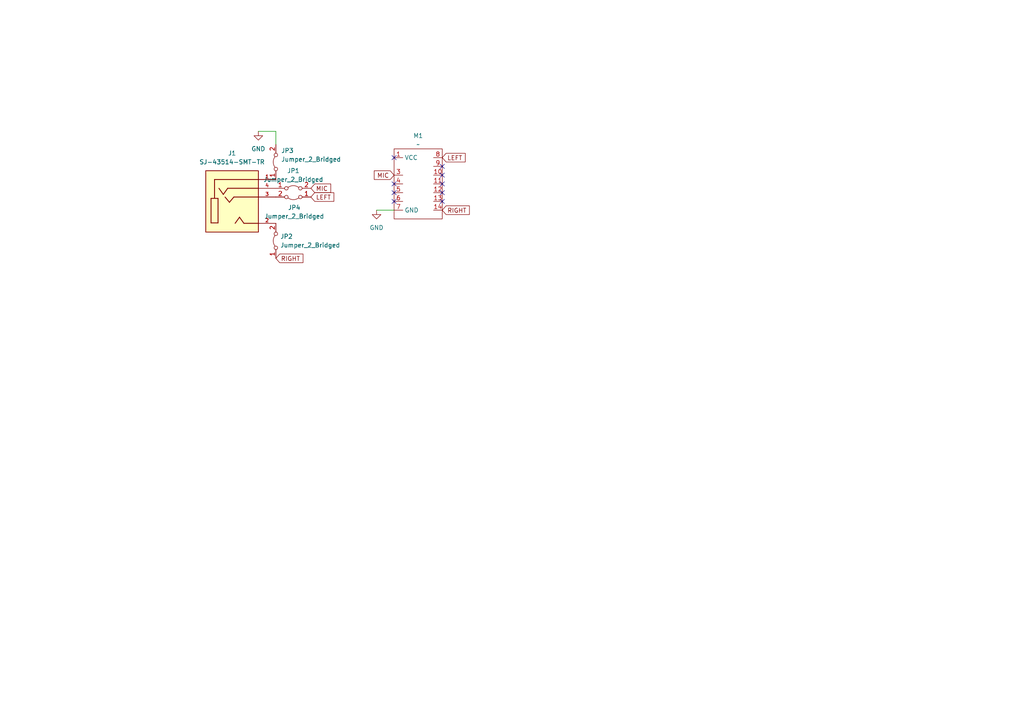
<source format=kicad_sch>
(kicad_sch (version 20231120) (generator "eeschema") (generator_version "8.0")
  (paper "A4")
  (lib_symbols
    (symbol "Jumper:Jumper_2_Bridged" (pin_names (offset 0) hide)
      (property "Reference" "JP" (at 0 1.905 0))
      (property "Value" "Jumper_2_Bridged" (at 0 -2.54 0))
      (symbol "Jumper_2_Bridged_0_0"
        (circle (center -2.032 0) (radius 0.508))
        (circle (center 2.032 0) (radius 0.508))
      )
      (symbol "Jumper_2_Bridged_0_1"
        (arc (start 1.524 0.254) (mid 0 0.762) (end -1.524 0.254))
      )
      (symbol "Jumper_2_Bridged_1_1"
        (pin passive line (at -5.08 0 0) (length 2.54) (name "A") (number "1"))
        (pin passive line (at 5.08 0 180) (length 2.54) (name "B") (number "2"))
      )
    )
    (symbol "MegaCastle:MegaCastle2x7-Module"
      (property "Reference" "M" (at 0 0 0))
      (symbol "MegaCastle2x7-Module_0_1"
        (rectangle (start -6.35 13.97) (end 7.62 -6.35))
      )
      (symbol "MegaCastle2x7-Module_1_1"
        (pin bidirectional line (at -6.35 11.43 0) (length 2.54) (name "VCC") (number "1"))
        (pin bidirectional line (at 7.62 6.35 180) (length 2.54) (name "") (number "10"))
        (pin bidirectional line (at 7.62 3.81 180) (length 2.54) (name "") (number "11"))
        (pin bidirectional line (at 7.62 1.27 180) (length 2.54) (name "") (number "12"))
        (pin bidirectional line (at 7.62 -1.27 180) (length 2.54) (name "") (number "13"))
        (pin bidirectional line (at 7.62 -3.81 180) (length 2.54) (name "") (number "14"))
        (pin bidirectional line (at -6.35 6.35 0) (length 2.54) (name "") (number "3"))
        (pin bidirectional line (at -6.35 3.81 0) (length 2.54) (name "") (number "4"))
        (pin bidirectional line (at -6.35 1.27 0) (length 2.54) (name "") (number "5"))
        (pin bidirectional line (at -6.35 -1.27 0) (length 2.54) (name "") (number "6"))
        (pin bidirectional line (at -6.35 -3.81 0) (length 2.54) (name "GND") (number "7"))
        (pin bidirectional line (at 7.62 11.43 180) (length 2.54) (name "") (number "8"))
        (pin bidirectional line (at 7.62 8.89 180) (length 2.54) (name "") (number "9"))
      )
    )
    (symbol "SJ-43514-SMT-TR:SJ-43514-SMT-TR" (pin_names (offset 1.016) hide)
      (property "Reference" "J" (at -7.62 8.382 0))
      (property "Value" "SJ-43514-SMT-TR" (at -7.62 -12.7 0))
      (symbol "SJ-43514-SMT-TR_0_0"
        (rectangle (start -7.62 -10.16) (end 7.62 7.62) (stroke (width 0.254)) (fill (type background)))
        (polyline (pts (xy -6.096 -7.493) (xy -4.064 -7.493)) (stroke (width 0.254)))
        (polyline (pts (xy -6.096 -0.381) (xy -6.096 -7.493)) (stroke (width 0.254)))
        (polyline (pts (xy -5.08 5.08) (xy -5.08 -0.254)) (stroke (width 0.254)))
        (polyline (pts (xy -5.08 5.08) (xy 7.62 5.08)) (stroke (width 0.254)))
        (polyline (pts (xy -4.064 -7.493) (xy -4.064 -0.381)) (stroke (width 0.254)))
        (polyline (pts (xy -4.064 -0.381) (xy -6.096 -0.381)) (stroke (width 0.254)))
        (polyline (pts (xy -3.81 2.54) (xy -2.54 0.762)) (stroke (width 0.254)))
        (polyline (pts (xy -2.54 0.762) (xy -1.27 2.54)) (stroke (width 0.254)))
        (polyline (pts (xy -2.032 0) (xy -0.762 -1.524)) (stroke (width 0.254)))
        (polyline (pts (xy -1.27 2.54) (xy 7.62 2.54)) (stroke (width 0.254)))
        (polyline (pts (xy -0.762 -1.524) (xy 0.508 0)) (stroke (width 0.254)))
        (polyline (pts (xy 0.508 0) (xy 7.62 0)) (stroke (width 0.254)))
        (polyline (pts (xy 0.889 -7.62) (xy 2.159 -5.842)) (stroke (width 0.254)))
        (polyline (pts (xy 2.159 -5.842) (xy 3.429 -7.62)) (stroke (width 0.254)))
        (polyline (pts (xy 3.429 -7.62) (xy 7.62 -7.62)) (stroke (width 0.254)))
        (pin passive line (at 12.7 5.08 180) (length 5.08) (name "~") (number "1"))
        (pin passive line (at 12.7 -7.62 180) (length 5.08) (name "~") (number "2"))
        (pin passive line (at 12.7 0 180) (length 5.08) (name "~") (number "3"))
        (pin passive line (at 12.7 2.54 180) (length 5.08) (name "~") (number "4"))
      )
    )
    (symbol "power:GND" (power) (pin_names (offset 0))
      (property "Value" "GND" (at 0 -3.81 0))
      (symbol "GND_0_1"
        (polyline (pts (xy 0 0) (xy 0 -1.27) (xy 1.27 -1.27) (xy 0 -2.54) (xy -1.27 -1.27) (xy 0 -1.27)))
      )
      (symbol "GND_1_1"
        (pin power_in line (at 0 0 270) (length 0) hide (name "GND") (number "1"))
      )
    )
  )
  (no_connect (at 128.27 55.88))
  (no_connect (at 128.27 53.34))
  (no_connect (at 114.3 53.34))
  (no_connect (at 114.3 55.88))
  (no_connect (at 128.27 48.26))
  (no_connect (at 128.27 58.42))
  (no_connect (at 128.27 50.8))
  (no_connect (at 114.3 45.72))
  (no_connect (at 114.3 58.42))
  (wire (pts (xy 109.22 60.96) (xy 114.3 60.96)))
  (wire (pts (xy 80.01 38.1) (xy 74.93 38.1)))
  (wire (pts (xy 80.01 41.91) (xy 80.01 38.1)))
  (global_label "LEFT" (shape input) (at 128.27 45.72 0) (property "Intersheetrefs" "${INTERSHEET_REFS}" (effects (hide yes))))
  (global_label "MIC" (shape input) (at 90.17 54.61 0) (property "Intersheetrefs" "${INTERSHEET_REFS}" (effects (hide yes))))
  (global_label "MIC" (shape input) (at 114.3 50.8 180) (property "Intersheetrefs" "${INTERSHEET_REFS}" (effects (hide yes))))
  (global_label "RIGHT" (shape input) (at 128.27 60.96 0) (property "Intersheetrefs" "${INTERSHEET_REFS}" (effects (hide yes))))
  (global_label "RIGHT" (shape input) (at 80.01 74.93 0) (property "Intersheetrefs" "${INTERSHEET_REFS}" (effects (hide yes))))
  (global_label "LEFT" (shape input) (at 90.17 57.15 0) (property "Intersheetrefs" "${INTERSHEET_REFS}" (effects (hide yes))))
  (symbol (lib_id "MegaCastle:MegaCastle2x7-Module") (at 120.65 57.15 0) (unit 1)
    (property "Reference" "M1" (at 121.285 39.37 0))
    (property "Value" "~" (at 121.285 41.91 0))
    (property "Footprint" "MegaCastle:MegaCastle2x7-Module-I12.7x11.5-MA304" (effects (hide yes)))
  )
  (symbol (lib_id "Jumper:Jumper_2_Bridged") (at 85.09 54.61 0) (unit 1)
    (property "Reference" "JP1" (at 85.09 49.53 0))
    (property "Value" "Jumper_2_Bridged" (at 85.09 52.07 0))
    (property "Footprint" "Jumper:SolderJumper-2_P1.3mm_Bridged_RoundedPad1.0x1.5mm" (effects (hide yes)))
    (property "Description" "Jumper, 2-pole, closed/bridged" (effects (hide yes)))
  )
  (symbol (lib_id "Jumper:Jumper_2_Bridged") (at 80.01 46.99 90) (unit 1)
    (property "Reference" "JP3" (at 81.534 43.688 90) (effects (justify right)))
    (property "Value" "Jumper_2_Bridged" (at 81.534 46.228 90) (effects (justify right)))
    (property "Footprint" "Jumper:SolderJumper-2_P1.3mm_Bridged_RoundedPad1.0x1.5mm" (effects (hide yes)))
    (property "Description" "Jumper, 2-pole, closed/bridged" (effects (hide yes)))
  )
  (symbol (lib_id "Jumper:Jumper_2_Bridged") (at 85.09 57.15 180) (unit 1)
    (property "Reference" "JP4" (at 85.344 60.198 0))
    (property "Value" "Jumper_2_Bridged" (at 85.344 62.738 0))
    (property "Footprint" "Jumper:SolderJumper-2_P1.3mm_Bridged_RoundedPad1.0x1.5mm" (effects (hide yes)))
    (property "Description" "Jumper, 2-pole, closed/bridged" (effects (hide yes)))
  )
  (symbol (lib_id "Jumper:Jumper_2_Bridged") (at 80.01 69.85 90) (unit 1)
    (property "Reference" "JP2" (at 81.28 68.5799 90) (effects (justify right)))
    (property "Value" "Jumper_2_Bridged" (at 81.28 71.1199 90) (effects (justify right)))
    (property "Footprint" "Jumper:SolderJumper-2_P1.3mm_Bridged_RoundedPad1.0x1.5mm" (effects (hide yes)))
    (property "Description" "Jumper, 2-pole, closed/bridged" (effects (hide yes)))
  )
  (symbol (lib_id "SJ-43514-SMT-TR:SJ-43514-SMT-TR") (at 67.31 57.15 0) (unit 1)
    (property "Reference" "J1" (at 67.31 44.45 0))
    (property "Value" "SJ-43514-SMT-TR" (at 67.31 46.99 0))
    (property "Footprint" "CUI_SJ-43514-SMT-TR" (effects (hide yes)))
    (property "PARTREV" "1.05" (effects (hide yes)))
    (property "STANDARD" "Manufacturer Recommendations" (effects (hide yes)))
    (property "SNAPEDA_PN" "SJ-43514-SMT-TR" (effects (hide yes)))
    (property "MAXIMUM_PACKAGE_HEIGHT" "5.3mm" (effects (hide yes)))
    (property "MANUFACTURER" "CUI Devices" (effects (hide yes)))
  )
  (symbol (lib_id "power:GND") (at 74.93 38.1 0) (unit 1)
    (property "Reference" "#PWR01" (effects (hide yes)))
    (property "Value" "GND" (at 74.93 43.18 0))
    (property "Description" "Power symbol creates a global label with name \"GND\" , ground" (effects (hide yes)))
  )
  (symbol (lib_id "power:GND") (at 109.22 60.96 0) (unit 1)
    (property "Reference" "#PWR02" (effects (hide yes)))
    (property "Value" "GND" (at 109.22 66.04 0))
    (property "Description" "Power symbol creates a global label with name \"GND\" , ground" (effects (hide yes)))
  )
)
</source>
